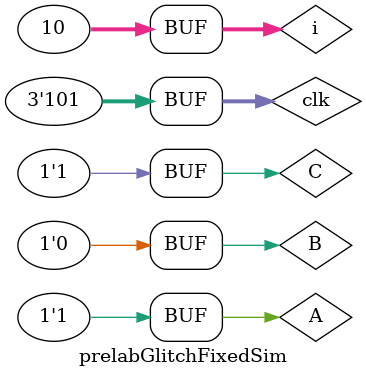
<source format=v>
`timescale 1ns / 1ps


module prelabGlitchFixedSim();
    reg [2:0] clk;
    wire A;
    wire B;
    wire C;
    wire F;
    
    assign A=clk[0];
    assign B=clk[1];
    assign C=clk[2];
    
    prelabGlitchFixed glitchGenerator(A,B,C,F);
    integer i;
    initial
    begin
        for(i = 0; i < 10;i=i+1)
        begin
            #50 clk=3'b111;
            #50 clk=3'b101;
        end
    end
endmodule

</source>
